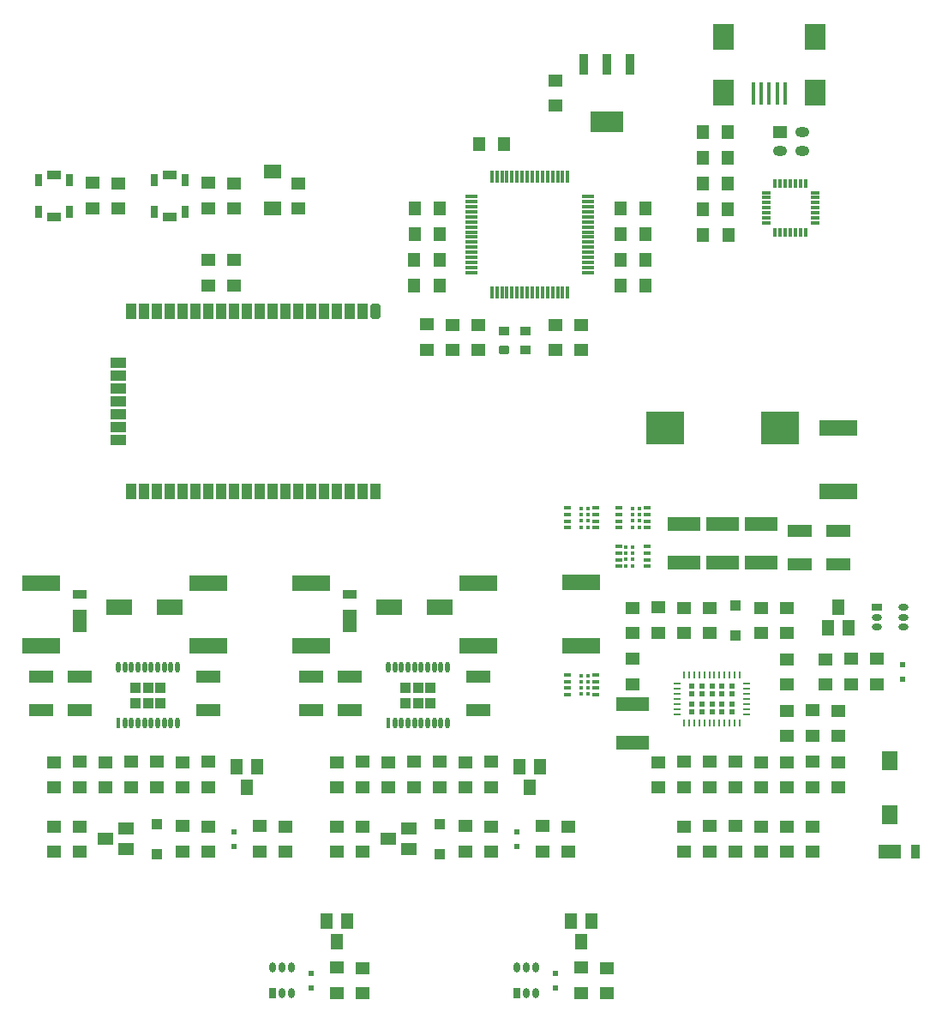
<source format=gtp>
%FSLAX25Y25*%
%MOIN*%
G70*
G01*
G75*
G04 Layer_Color=8421504*
%ADD10R,0.20276X0.12402*%
%ADD11O,0.00984X0.02756*%
%ADD12R,0.00984X0.02756*%
%ADD13R,0.02756X0.00984*%
%ADD14R,0.15197X0.10787*%
%ADD15R,0.01772X0.04134*%
%ADD16O,0.01772X0.04134*%
%ADD17R,0.04000X0.06000*%
%ADD18R,0.06000X0.04000*%
G04:AMPARAMS|DCode=19|XSize=40mil|YSize=60mil|CornerRadius=10mil|HoleSize=0mil|Usage=FLASHONLY|Rotation=0.000|XOffset=0mil|YOffset=0mil|HoleType=Round|Shape=RoundedRectangle|*
%AMROUNDEDRECTD19*
21,1,0.04000,0.04000,0,0,0.0*
21,1,0.02000,0.06000,0,0,0.0*
1,1,0.02000,0.01000,-0.02000*
1,1,0.02000,-0.01000,-0.02000*
1,1,0.02000,-0.01000,0.02000*
1,1,0.02000,0.01000,0.02000*
%
%ADD19ROUNDEDRECTD19*%
%ADD20R,0.01181X0.03543*%
%ADD21R,0.03543X0.01181*%
%ADD22R,0.05512X0.04724*%
%ADD23R,0.12992X0.05512*%
%ADD24R,0.04724X0.05512*%
%ADD25R,0.09449X0.05118*%
G04:AMPARAMS|DCode=26|XSize=35.43mil|YSize=39.37mil|CornerRadius=8.86mil|HoleSize=0mil|Usage=FLASHONLY|Rotation=90.000|XOffset=0mil|YOffset=0mil|HoleType=Round|Shape=RoundedRectangle|*
%AMROUNDEDRECTD26*
21,1,0.03543,0.02165,0,0,90.0*
21,1,0.01772,0.03937,0,0,90.0*
1,1,0.01772,0.01083,0.00886*
1,1,0.01772,0.01083,-0.00886*
1,1,0.01772,-0.01083,-0.00886*
1,1,0.01772,-0.01083,0.00886*
%
%ADD26ROUNDEDRECTD26*%
%ADD27R,0.03937X0.03543*%
%ADD28R,0.02756X0.01654*%
%ADD29R,0.12598X0.08268*%
%ADD30R,0.03543X0.08268*%
%ADD31O,0.02717X0.03898*%
%ADD32R,0.02717X0.03898*%
%ADD33R,0.01181X0.04724*%
%ADD34R,0.04724X0.01181*%
%ADD35O,0.03898X0.02717*%
%ADD36R,0.03898X0.02717*%
%ADD37R,0.05000X0.06299*%
%ADD38R,0.07087X0.05512*%
%ADD39R,0.14567X0.05906*%
%ADD40R,0.08661X0.05512*%
%ADD41R,0.03543X0.05512*%
%ADD42R,0.09843X0.06299*%
%ADD43R,0.14764X0.12992*%
%ADD44R,0.05512X0.08661*%
%ADD45R,0.05512X0.03543*%
%ADD46R,0.06299X0.07500*%
%ADD47R,0.05512X0.03740*%
%ADD48R,0.02953X0.04528*%
%ADD49R,0.01772X0.09055*%
%ADD50R,0.07874X0.09843*%
%ADD51R,0.06299X0.05000*%
%ADD52R,0.04331X0.04331*%
%ADD53R,0.02362X0.01969*%
%ADD54O,0.05512X0.03937*%
%ADD55R,0.05512X0.04724*%
%ADD56C,0.00600*%
%ADD57C,0.01000*%
%ADD58C,0.02000*%
%ADD59C,0.03937*%
%ADD60C,0.07874*%
%ADD61R,0.06693X0.09331*%
%ADD62R,0.09843X0.09843*%
%ADD63C,0.09843*%
%ADD64C,0.11811*%
%ADD65C,0.02756*%
%ADD66C,0.03543*%
%ADD67C,0.07000*%
%ADD68R,0.07000X0.07000*%
%ADD69R,0.07000X0.07000*%
%ADD70R,0.09843X0.09843*%
%ADD71R,0.11811X0.11811*%
%ADD72C,0.02800*%
%ADD73C,0.00787*%
%ADD74C,0.00984*%
%ADD75C,0.01969*%
%ADD76C,0.00500*%
%ADD77R,0.01969X0.01969*%
%ADD78R,0.03937X0.03937*%
%ADD79R,0.01575X0.01575*%
D11*
X270000Y115000D02*
D03*
D12*
X271969D02*
D03*
X273937D02*
D03*
X275905D02*
D03*
X277874D02*
D03*
X279842D02*
D03*
X281811D02*
D03*
X283780D02*
D03*
X285748D02*
D03*
X287717D02*
D03*
X289685D02*
D03*
X291653D02*
D03*
Y133898D02*
D03*
X289685D02*
D03*
X287717D02*
D03*
X285748D02*
D03*
X283780D02*
D03*
X281811D02*
D03*
X279842D02*
D03*
X277874D02*
D03*
X275905D02*
D03*
X273937D02*
D03*
X271969D02*
D03*
X270000D02*
D03*
D13*
X294213Y118543D02*
D03*
Y120512D02*
D03*
Y122480D02*
D03*
Y124449D02*
D03*
Y126417D02*
D03*
Y128386D02*
D03*
Y130354D02*
D03*
X267441D02*
D03*
Y128386D02*
D03*
Y126417D02*
D03*
Y124449D02*
D03*
Y122480D02*
D03*
Y120512D02*
D03*
Y118543D02*
D03*
D15*
X50000Y115000D02*
D03*
X155000D02*
D03*
D16*
X52559D02*
D03*
X55118D02*
D03*
X57677D02*
D03*
X60236D02*
D03*
X62795D02*
D03*
X65354D02*
D03*
X67913D02*
D03*
X70473D02*
D03*
X73032D02*
D03*
X50000Y136850D02*
D03*
X52559D02*
D03*
X55118D02*
D03*
X57677D02*
D03*
X60236D02*
D03*
X62795D02*
D03*
X65354D02*
D03*
X67913D02*
D03*
X70473D02*
D03*
X73032D02*
D03*
X157559Y115000D02*
D03*
X160118D02*
D03*
X162677D02*
D03*
X165236D02*
D03*
X167795D02*
D03*
X170354D02*
D03*
X172913D02*
D03*
X175472D02*
D03*
X178032D02*
D03*
X155000Y136850D02*
D03*
X157559D02*
D03*
X160118D02*
D03*
X162677D02*
D03*
X165236D02*
D03*
X167795D02*
D03*
X170354D02*
D03*
X172913D02*
D03*
X175472D02*
D03*
X178032D02*
D03*
D17*
X150000Y205000D02*
D03*
X145000D02*
D03*
X140000D02*
D03*
X135000D02*
D03*
X130000D02*
D03*
X125000D02*
D03*
X120000D02*
D03*
X115000D02*
D03*
X110000D02*
D03*
X105000D02*
D03*
X100000D02*
D03*
X95000D02*
D03*
X90000D02*
D03*
X85000D02*
D03*
X80000D02*
D03*
X75000D02*
D03*
X70000D02*
D03*
X65000D02*
D03*
X60000D02*
D03*
X55000D02*
D03*
Y275000D02*
D03*
X60000D02*
D03*
X65000D02*
D03*
X70000D02*
D03*
X75000D02*
D03*
X80000D02*
D03*
X85000D02*
D03*
X90000D02*
D03*
X95000D02*
D03*
X100000D02*
D03*
X105000D02*
D03*
X110000D02*
D03*
X115000D02*
D03*
X120000D02*
D03*
X125000D02*
D03*
X130000D02*
D03*
X135000D02*
D03*
X140000D02*
D03*
X145000D02*
D03*
D18*
X50000Y225000D02*
D03*
Y230000D02*
D03*
Y235000D02*
D03*
Y240000D02*
D03*
Y245000D02*
D03*
Y250000D02*
D03*
Y255000D02*
D03*
D19*
X150000Y275000D02*
D03*
D20*
X317284Y324843D02*
D03*
X315315D02*
D03*
X313347D02*
D03*
X311378D02*
D03*
X309409D02*
D03*
X307441D02*
D03*
X305472D02*
D03*
Y305945D02*
D03*
X307441D02*
D03*
X309409D02*
D03*
X311378D02*
D03*
X313347D02*
D03*
X315315D02*
D03*
X317284D02*
D03*
D21*
X301929Y321299D02*
D03*
Y319331D02*
D03*
Y317362D02*
D03*
Y315394D02*
D03*
Y313425D02*
D03*
Y311457D02*
D03*
Y309488D02*
D03*
X320827D02*
D03*
Y311457D02*
D03*
Y313425D02*
D03*
Y315394D02*
D03*
Y317362D02*
D03*
Y319331D02*
D03*
Y321299D02*
D03*
D22*
X180000Y260000D02*
D03*
Y269843D02*
D03*
X250000Y140000D02*
D03*
Y130157D02*
D03*
X220000Y355000D02*
D03*
Y364843D02*
D03*
X40000Y325000D02*
D03*
Y315158D02*
D03*
X85000Y325000D02*
D03*
Y315158D02*
D03*
X230000Y260000D02*
D03*
Y269843D02*
D03*
X170000Y270000D02*
D03*
Y260157D02*
D03*
X190000Y260000D02*
D03*
Y269843D02*
D03*
X220000Y260000D02*
D03*
Y269843D02*
D03*
X50000Y315000D02*
D03*
Y324843D02*
D03*
X95000Y315000D02*
D03*
Y324843D02*
D03*
X120000Y315000D02*
D03*
Y324843D02*
D03*
X25000Y65000D02*
D03*
Y74843D02*
D03*
X35000Y65000D02*
D03*
Y74843D02*
D03*
X75000Y75000D02*
D03*
Y65158D02*
D03*
X85000Y65000D02*
D03*
Y74843D02*
D03*
X105000Y75000D02*
D03*
Y65158D02*
D03*
X115000Y65000D02*
D03*
Y74843D02*
D03*
X135000Y65000D02*
D03*
Y74843D02*
D03*
X145000Y65000D02*
D03*
Y74843D02*
D03*
X185000Y75000D02*
D03*
Y65158D02*
D03*
X195000Y65000D02*
D03*
Y74843D02*
D03*
X215000Y75000D02*
D03*
Y65158D02*
D03*
X225000Y65000D02*
D03*
Y74843D02*
D03*
X135000Y20000D02*
D03*
Y10158D02*
D03*
X145000Y10000D02*
D03*
Y19842D02*
D03*
X230000Y20000D02*
D03*
Y10158D02*
D03*
X240000Y10000D02*
D03*
Y19842D02*
D03*
X270000Y65000D02*
D03*
Y74843D02*
D03*
X280000Y75000D02*
D03*
Y65158D02*
D03*
X290000Y75000D02*
D03*
Y65158D02*
D03*
X300000Y65000D02*
D03*
Y74843D02*
D03*
X310000Y65000D02*
D03*
Y74843D02*
D03*
X320000Y65000D02*
D03*
Y74843D02*
D03*
X260000Y99862D02*
D03*
Y90020D02*
D03*
X270000Y100000D02*
D03*
Y90158D02*
D03*
X280000Y100000D02*
D03*
Y90158D02*
D03*
X290000Y100000D02*
D03*
Y90158D02*
D03*
X300000Y90000D02*
D03*
Y99843D02*
D03*
X310000Y90000D02*
D03*
Y99843D02*
D03*
X320000Y100000D02*
D03*
Y90158D02*
D03*
X330000Y90000D02*
D03*
Y99843D02*
D03*
X25000Y90000D02*
D03*
Y99843D02*
D03*
X35000Y100000D02*
D03*
Y90158D02*
D03*
X45000Y90000D02*
D03*
Y99843D02*
D03*
X55000Y100000D02*
D03*
Y90158D02*
D03*
X65000Y100000D02*
D03*
Y90158D02*
D03*
X75000Y90000D02*
D03*
Y99843D02*
D03*
X85000Y100000D02*
D03*
Y90158D02*
D03*
X135000Y90000D02*
D03*
Y99843D02*
D03*
X145000Y100000D02*
D03*
Y90158D02*
D03*
X155000Y90000D02*
D03*
Y99843D02*
D03*
X165000Y100000D02*
D03*
Y90158D02*
D03*
X175000Y100000D02*
D03*
Y90158D02*
D03*
X185000Y90000D02*
D03*
Y99843D02*
D03*
X195000Y100000D02*
D03*
Y90158D02*
D03*
X310000Y110000D02*
D03*
Y119843D02*
D03*
X320000Y120000D02*
D03*
Y110158D02*
D03*
X330000Y110000D02*
D03*
Y119843D02*
D03*
X310000Y139842D02*
D03*
Y130000D02*
D03*
X325000D02*
D03*
Y139842D02*
D03*
X335000Y140000D02*
D03*
Y130157D02*
D03*
X345000Y140000D02*
D03*
Y130157D02*
D03*
X250000Y150000D02*
D03*
Y159843D02*
D03*
X260000Y160000D02*
D03*
Y150157D02*
D03*
X270000Y150000D02*
D03*
Y159843D02*
D03*
X280000Y150000D02*
D03*
Y159843D02*
D03*
X300000Y150000D02*
D03*
Y159843D02*
D03*
X310000Y150000D02*
D03*
Y159843D02*
D03*
X85000Y295000D02*
D03*
Y285157D02*
D03*
X95000Y295000D02*
D03*
Y285157D02*
D03*
D23*
X250000Y122480D02*
D03*
Y107520D02*
D03*
X285000Y177382D02*
D03*
Y192342D02*
D03*
X270000Y177382D02*
D03*
Y192342D02*
D03*
X300000Y177382D02*
D03*
Y192342D02*
D03*
D24*
X200000Y340000D02*
D03*
X190157D02*
D03*
X255000Y285000D02*
D03*
X245158D02*
D03*
X255000Y295000D02*
D03*
X245158D02*
D03*
X255000Y305000D02*
D03*
X245158D02*
D03*
X287283Y304842D02*
D03*
X277441D02*
D03*
X277284Y314843D02*
D03*
X287126D02*
D03*
X255000Y315000D02*
D03*
X245158D02*
D03*
X277284Y324843D02*
D03*
X287126D02*
D03*
X277284Y334842D02*
D03*
X287126D02*
D03*
X277284Y344843D02*
D03*
X287126D02*
D03*
X175000Y315000D02*
D03*
X165157D02*
D03*
X165000Y285000D02*
D03*
X174843D02*
D03*
X165000Y295000D02*
D03*
X174843D02*
D03*
X175000Y305000D02*
D03*
X165157D02*
D03*
D25*
X315000Y189862D02*
D03*
Y176870D02*
D03*
X330000Y189862D02*
D03*
Y176870D02*
D03*
X20000Y120000D02*
D03*
Y132992D02*
D03*
X35000Y120000D02*
D03*
Y132992D02*
D03*
X125000Y120000D02*
D03*
Y132992D02*
D03*
X140000Y120000D02*
D03*
Y132992D02*
D03*
X85000Y120000D02*
D03*
Y132992D02*
D03*
X190000Y120000D02*
D03*
Y132992D02*
D03*
D26*
X200000Y260000D02*
D03*
D27*
X208268D02*
D03*
Y267480D02*
D03*
X200000D02*
D03*
D28*
X235512Y133839D02*
D03*
Y131280D02*
D03*
Y128720D02*
D03*
Y126161D02*
D03*
X224488D02*
D03*
Y128720D02*
D03*
Y131280D02*
D03*
Y133839D02*
D03*
X235512Y198701D02*
D03*
Y196142D02*
D03*
Y193583D02*
D03*
Y191024D02*
D03*
X224488D02*
D03*
Y193583D02*
D03*
Y196142D02*
D03*
Y198701D02*
D03*
X255512D02*
D03*
Y196142D02*
D03*
Y193583D02*
D03*
Y191024D02*
D03*
X244488D02*
D03*
Y193583D02*
D03*
Y196142D02*
D03*
Y198701D02*
D03*
Y176024D02*
D03*
Y178583D02*
D03*
Y181142D02*
D03*
Y183701D02*
D03*
X255512D02*
D03*
Y181142D02*
D03*
Y178583D02*
D03*
Y176024D02*
D03*
D29*
X240000Y348780D02*
D03*
D30*
X230945Y371220D02*
D03*
X240000D02*
D03*
X249055D02*
D03*
D31*
X117480Y20197D02*
D03*
X113740D02*
D03*
X110000D02*
D03*
X117480Y10000D02*
D03*
X113740D02*
D03*
X212480Y20197D02*
D03*
X208740D02*
D03*
X205000D02*
D03*
X212480Y10000D02*
D03*
X208740D02*
D03*
D32*
X110000D02*
D03*
X205000D02*
D03*
D33*
X195236Y282362D02*
D03*
X197205D02*
D03*
X199173D02*
D03*
X201142D02*
D03*
X203110D02*
D03*
X205079D02*
D03*
X207047D02*
D03*
X209016D02*
D03*
X210984D02*
D03*
X212953D02*
D03*
X214921D02*
D03*
X216890D02*
D03*
X218858D02*
D03*
X220827D02*
D03*
X222795D02*
D03*
X224764D02*
D03*
Y327638D02*
D03*
X222795D02*
D03*
X220827D02*
D03*
X218858D02*
D03*
X216890D02*
D03*
X214921D02*
D03*
X212953D02*
D03*
X210984D02*
D03*
X209016D02*
D03*
X207047D02*
D03*
X205079D02*
D03*
X203110D02*
D03*
X201142D02*
D03*
X199173D02*
D03*
X197205D02*
D03*
X195236D02*
D03*
D34*
X232638Y290236D02*
D03*
Y292205D02*
D03*
Y294173D02*
D03*
Y296142D02*
D03*
Y298110D02*
D03*
Y300079D02*
D03*
Y302047D02*
D03*
Y304016D02*
D03*
Y305984D02*
D03*
Y307953D02*
D03*
Y309921D02*
D03*
Y311890D02*
D03*
Y313858D02*
D03*
Y315827D02*
D03*
Y317795D02*
D03*
Y319764D02*
D03*
X187362Y319764D02*
D03*
Y317795D02*
D03*
Y315827D02*
D03*
Y313858D02*
D03*
Y311890D02*
D03*
Y309921D02*
D03*
Y307953D02*
D03*
Y305984D02*
D03*
Y304016D02*
D03*
Y302047D02*
D03*
Y300079D02*
D03*
Y298110D02*
D03*
Y296142D02*
D03*
Y294173D02*
D03*
Y292205D02*
D03*
Y290236D02*
D03*
D35*
X355197Y152520D02*
D03*
Y156260D02*
D03*
Y160000D02*
D03*
X345000Y152520D02*
D03*
Y156260D02*
D03*
D36*
Y160000D02*
D03*
D37*
X326000Y152000D02*
D03*
X334000D02*
D03*
X330000Y160000D02*
D03*
X139000Y38000D02*
D03*
X131000D02*
D03*
X135000Y30000D02*
D03*
X234000Y38000D02*
D03*
X226000D02*
D03*
X230000Y30000D02*
D03*
X104000Y98000D02*
D03*
X96000D02*
D03*
X100000Y90000D02*
D03*
X214000Y98000D02*
D03*
X206000D02*
D03*
X210000Y90000D02*
D03*
D38*
X110000Y329567D02*
D03*
Y315000D02*
D03*
D39*
X230000Y169862D02*
D03*
Y145256D02*
D03*
X85000Y145000D02*
D03*
Y169606D02*
D03*
X190000Y145000D02*
D03*
Y169606D02*
D03*
X20000Y145000D02*
D03*
Y169606D02*
D03*
X125000Y145000D02*
D03*
Y169606D02*
D03*
X330000Y229862D02*
D03*
Y205256D02*
D03*
D40*
X349980Y65000D02*
D03*
D41*
X360020D02*
D03*
D42*
X69842Y160000D02*
D03*
X50157D02*
D03*
X174843D02*
D03*
X155157D02*
D03*
D43*
X262756Y229862D02*
D03*
X307244D02*
D03*
D44*
X35000Y154980D02*
D03*
X140000D02*
D03*
D45*
X35000Y165020D02*
D03*
X140000D02*
D03*
D46*
X350000Y100362D02*
D03*
Y79362D02*
D03*
D47*
X25000Y328169D02*
D03*
Y311831D02*
D03*
X70000Y328169D02*
D03*
Y311831D02*
D03*
D48*
X31004Y326201D02*
D03*
Y313799D02*
D03*
X18996Y326201D02*
D03*
Y313799D02*
D03*
X76004Y326201D02*
D03*
Y313799D02*
D03*
X63996Y326201D02*
D03*
Y313799D02*
D03*
D49*
X296850Y359842D02*
D03*
X300000D02*
D03*
X309449D02*
D03*
X306299D02*
D03*
X303150D02*
D03*
D50*
X320866Y360236D02*
D03*
X285433D02*
D03*
X320866Y381890D02*
D03*
X285433D02*
D03*
D51*
X53000Y66000D02*
D03*
Y74000D02*
D03*
X45000Y70000D02*
D03*
X163000Y66000D02*
D03*
Y74000D02*
D03*
X155000Y70000D02*
D03*
D52*
X65000Y64291D02*
D03*
Y75709D02*
D03*
X175000Y64291D02*
D03*
Y75709D02*
D03*
X290000Y160709D02*
D03*
Y149291D02*
D03*
D53*
X95000Y67244D02*
D03*
Y72756D02*
D03*
X205000Y67244D02*
D03*
Y72756D02*
D03*
X125000Y12244D02*
D03*
Y17756D02*
D03*
X220000Y12244D02*
D03*
Y17756D02*
D03*
X355000Y137756D02*
D03*
Y132244D02*
D03*
D54*
X315945Y337362D02*
D03*
Y344843D02*
D03*
X307283Y337362D02*
D03*
D55*
Y344843D02*
D03*
D77*
X288701Y119528D02*
D03*
Y122480D02*
D03*
Y126417D02*
D03*
Y129370D02*
D03*
X284764Y119528D02*
D03*
Y122480D02*
D03*
Y126417D02*
D03*
Y129370D02*
D03*
X280827Y119528D02*
D03*
Y122480D02*
D03*
Y126417D02*
D03*
Y129370D02*
D03*
X276890Y119528D02*
D03*
Y122480D02*
D03*
Y126417D02*
D03*
Y129370D02*
D03*
X272953D02*
D03*
Y126417D02*
D03*
Y122480D02*
D03*
Y119528D02*
D03*
D78*
X61516Y128878D02*
D03*
Y122972D02*
D03*
X66437D02*
D03*
Y128878D02*
D03*
X56595D02*
D03*
Y122972D02*
D03*
X166516Y128878D02*
D03*
Y122972D02*
D03*
X171437D02*
D03*
Y128878D02*
D03*
X161594D02*
D03*
Y122972D02*
D03*
D79*
X232756Y133543D02*
D03*
Y126457D02*
D03*
X232756Y131181D02*
D03*
Y128819D02*
D03*
X230000D02*
D03*
Y131181D02*
D03*
Y126457D02*
D03*
Y133543D02*
D03*
X232756Y198406D02*
D03*
Y191319D02*
D03*
X232756Y196043D02*
D03*
Y193681D02*
D03*
X230000D02*
D03*
Y196043D02*
D03*
Y191319D02*
D03*
Y198406D02*
D03*
X252756D02*
D03*
Y191319D02*
D03*
X252756Y196043D02*
D03*
Y193681D02*
D03*
X250000D02*
D03*
Y196043D02*
D03*
Y191319D02*
D03*
Y198406D02*
D03*
X247244Y176319D02*
D03*
Y183405D02*
D03*
X247244Y178681D02*
D03*
Y181043D02*
D03*
X250000D02*
D03*
Y178681D02*
D03*
Y183405D02*
D03*
Y176319D02*
D03*
M02*

</source>
